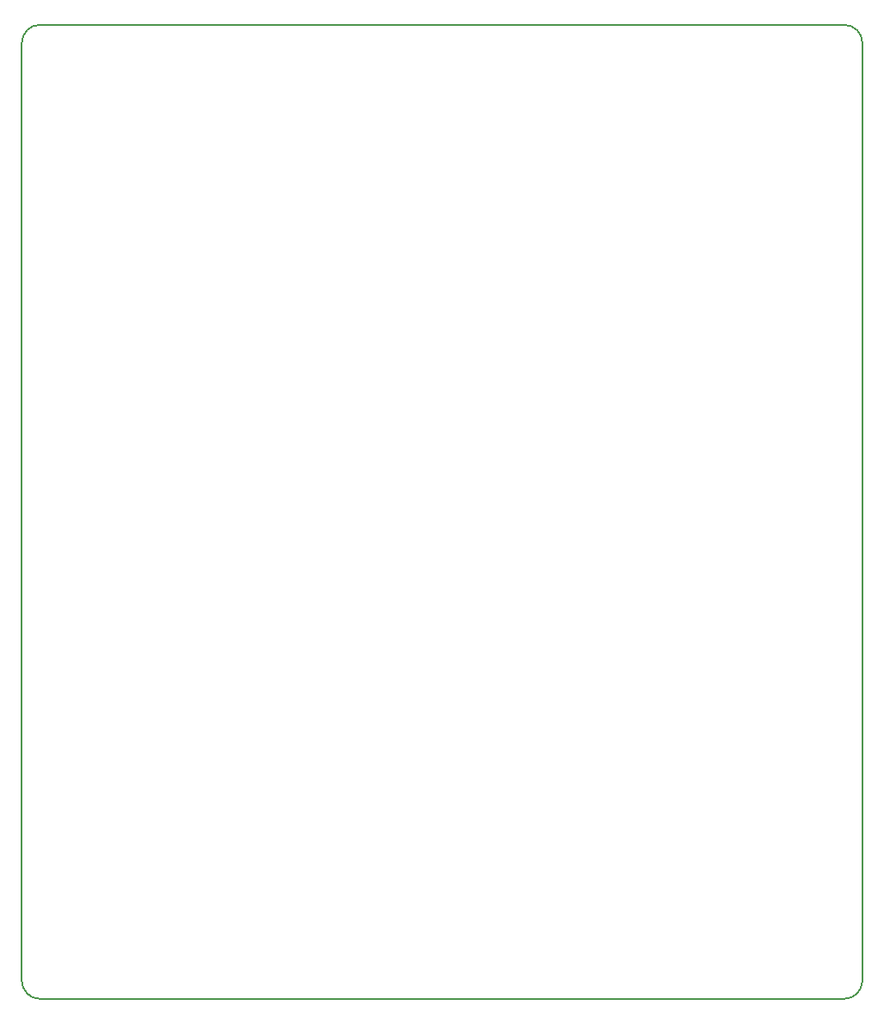
<source format=gbr>
G04 #@! TF.GenerationSoftware,KiCad,Pcbnew,(5.0.0-3-g5ebb6b6)*
G04 #@! TF.CreationDate,2019-09-06T00:58:35-07:00*
G04 #@! TF.ProjectId,keyboard,6B6579626F6172642E6B696361645F70,rev?*
G04 #@! TF.SameCoordinates,Original*
G04 #@! TF.FileFunction,Profile,NP*
%FSLAX46Y46*%
G04 Gerber Fmt 4.6, Leading zero omitted, Abs format (unit mm)*
G04 Created by KiCad (PCBNEW (5.0.0-3-g5ebb6b6)) date Friday, September 06, 2019 at 12:58:35 AM*
%MOMM*%
%LPD*%
G01*
G04 APERTURE LIST*
%ADD10C,0.150000*%
G04 APERTURE END LIST*
D10*
X180086000Y-149225000D02*
G75*
G02X178308000Y-147447000I0J1778000D01*
G01*
X178308000Y-55245000D02*
G75*
G02X180086000Y-53467000I1778000J0D01*
G01*
X259207000Y-53467000D02*
G75*
G02X260985000Y-55245000I0J-1778000D01*
G01*
X260985000Y-147447000D02*
G75*
G02X259207000Y-149225000I-1778000J0D01*
G01*
X260985000Y-55245000D02*
X260985000Y-147447000D01*
X180086000Y-149225000D02*
X259207000Y-149225000D01*
X178308000Y-55245000D02*
X178308000Y-147447000D01*
X259207000Y-53467000D02*
X180086000Y-53467000D01*
M02*

</source>
